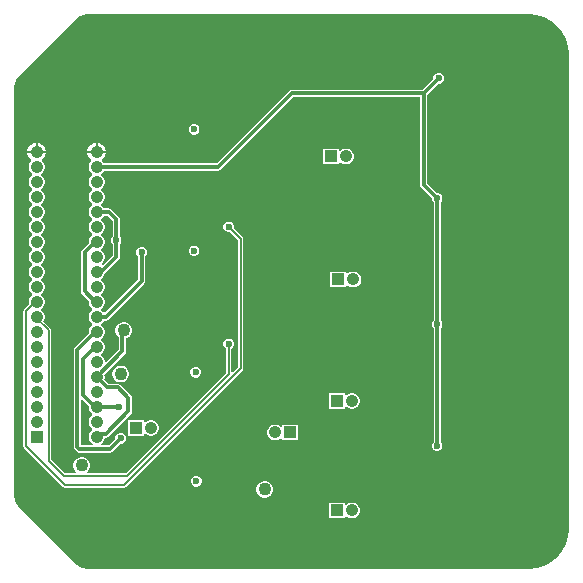
<source format=gbl>
G04*
G04 #@! TF.GenerationSoftware,Altium Limited,Altium Designer,23.3.1 (30)*
G04*
G04 Layer_Physical_Order=4*
G04 Layer_Color=16711680*
%FSLAX24Y24*%
%MOIN*%
G70*
G04*
G04 #@! TF.SameCoordinates,FE471356-1482-470A-B847-6992AEFC5CE1*
G04*
G04*
G04 #@! TF.FilePolarity,Positive*
G04*
G01*
G75*
%ADD34C,0.0120*%
%ADD36C,0.0059*%
%ADD37C,0.0430*%
%ADD38R,0.0413X0.0413*%
%ADD39C,0.0413*%
%ADD40R,0.0413X0.0413*%
%ADD41C,0.0236*%
G36*
X17637Y18726D02*
X17811Y18680D01*
X17978Y18611D01*
X18134Y18520D01*
X18278Y18410D01*
X18405Y18283D01*
X18515Y18139D01*
X18606Y17983D01*
X18675Y17816D01*
X18722Y17641D01*
X18745Y17462D01*
Y17372D01*
Y1624D01*
Y1534D01*
X18722Y1355D01*
X18675Y1180D01*
X18606Y1013D01*
X18515Y857D01*
X18405Y714D01*
X18278Y586D01*
X18134Y476D01*
X17978Y386D01*
X17811Y316D01*
X17637Y270D01*
X17458Y246D01*
X2675D01*
X2560Y269D01*
X2453Y313D01*
X2356Y378D01*
X2315Y419D01*
X414Y2320D01*
X373Y2361D01*
X308Y2458D01*
X264Y2565D01*
X241Y2679D01*
Y2738D01*
Y16258D01*
Y16317D01*
X264Y16431D01*
X308Y16538D01*
X373Y16635D01*
X414Y16676D01*
Y16676D01*
X2315Y18577D01*
X2356Y18618D01*
X2453Y18683D01*
X2560Y18727D01*
X2675Y18750D01*
X2733D01*
Y18750D01*
X17458D01*
X17637Y18726D01*
D02*
G37*
%LPC*%
G36*
X6285Y15077D02*
X6215D01*
X6150Y15050D01*
X6100Y15000D01*
X6073Y14935D01*
Y14865D01*
X6100Y14800D01*
X6150Y14750D01*
X6215Y14723D01*
X6285D01*
X6350Y14750D01*
X6400Y14800D01*
X6427Y14865D01*
Y14935D01*
X6400Y15000D01*
X6350Y15050D01*
X6285Y15077D01*
D02*
G37*
G36*
X11335Y14266D02*
X11265D01*
X11197Y14248D01*
X11137Y14213D01*
X11116Y14192D01*
X11066Y14212D01*
Y14266D01*
X10534D01*
Y13734D01*
X11066D01*
Y13788D01*
X11116Y13808D01*
X11137Y13787D01*
X11197Y13752D01*
X11265Y13734D01*
X11335D01*
X11403Y13752D01*
X11463Y13787D01*
X11513Y13837D01*
X11548Y13897D01*
X11566Y13965D01*
Y14035D01*
X11548Y14103D01*
X11513Y14163D01*
X11463Y14213D01*
X11403Y14248D01*
X11335Y14266D01*
D02*
G37*
G36*
X3040Y14457D02*
X3030D01*
Y14180D01*
X3307D01*
Y14190D01*
X3286Y14268D01*
X3245Y14338D01*
X3188Y14395D01*
X3118Y14436D01*
X3040Y14457D01*
D02*
G37*
G36*
X1040D02*
X1030D01*
Y14180D01*
X1307D01*
Y14190D01*
X1286Y14268D01*
X1245Y14338D01*
X1188Y14395D01*
X1118Y14436D01*
X1040Y14457D01*
D02*
G37*
G36*
X2970D02*
X2960D01*
X2882Y14436D01*
X2812Y14395D01*
X2755Y14338D01*
X2714Y14268D01*
X2693Y14190D01*
Y14180D01*
X2970D01*
Y14457D01*
D02*
G37*
G36*
X970D02*
X960D01*
X882Y14436D01*
X812Y14395D01*
X755Y14338D01*
X714Y14268D01*
X693Y14190D01*
Y14180D01*
X970D01*
Y14457D01*
D02*
G37*
G36*
X6285Y11027D02*
X6215D01*
X6150Y11000D01*
X6100Y10950D01*
X6073Y10885D01*
Y10815D01*
X6100Y10750D01*
X6150Y10700D01*
X6215Y10673D01*
X6285D01*
X6350Y10700D01*
X6400Y10750D01*
X6427Y10815D01*
Y10885D01*
X6400Y10950D01*
X6350Y11000D01*
X6285Y11027D01*
D02*
G37*
G36*
X11585Y10166D02*
X11515D01*
X11447Y10148D01*
X11387Y10113D01*
X11366Y10092D01*
X11316Y10112D01*
Y10166D01*
X10784D01*
Y9634D01*
X11316D01*
Y9688D01*
X11366Y9708D01*
X11387Y9687D01*
X11447Y9652D01*
X11515Y9634D01*
X11585D01*
X11653Y9652D01*
X11713Y9687D01*
X11763Y9737D01*
X11798Y9797D01*
X11816Y9865D01*
Y9935D01*
X11798Y10003D01*
X11763Y10063D01*
X11713Y10113D01*
X11653Y10148D01*
X11585Y10166D01*
D02*
G37*
G36*
X6339Y6981D02*
X6269D01*
X6204Y6954D01*
X6154Y6904D01*
X6127Y6839D01*
Y6769D01*
X6154Y6704D01*
X6204Y6654D01*
X6269Y6627D01*
X6339D01*
X6404Y6654D01*
X6454Y6704D01*
X6481Y6769D01*
Y6839D01*
X6454Y6904D01*
X6404Y6954D01*
X6339Y6981D01*
D02*
G37*
G36*
X3836Y7024D02*
X3764D01*
X3694Y7005D01*
X3632Y6969D01*
X3581Y6918D01*
X3545Y6856D01*
X3526Y6786D01*
Y6714D01*
X3545Y6644D01*
X3581Y6582D01*
X3632Y6531D01*
X3694Y6495D01*
X3764Y6476D01*
X3836D01*
X3906Y6495D01*
X3968Y6531D01*
X4019Y6582D01*
X4055Y6644D01*
X4074Y6714D01*
Y6786D01*
X4055Y6856D01*
X4019Y6918D01*
X3968Y6969D01*
X3906Y7005D01*
X3836Y7024D01*
D02*
G37*
G36*
X11535Y6116D02*
X11465D01*
X11397Y6098D01*
X11337Y6063D01*
X11316Y6042D01*
X11266Y6062D01*
Y6116D01*
X10734D01*
Y5584D01*
X11266D01*
Y5638D01*
X11316Y5658D01*
X11337Y5637D01*
X11397Y5602D01*
X11465Y5584D01*
X11535D01*
X11603Y5602D01*
X11663Y5637D01*
X11713Y5687D01*
X11748Y5747D01*
X11766Y5815D01*
Y5885D01*
X11748Y5953D01*
X11713Y6013D01*
X11663Y6063D01*
X11603Y6098D01*
X11535Y6116D01*
D02*
G37*
G36*
X4835Y5216D02*
X4765D01*
X4697Y5198D01*
X4637Y5163D01*
X4616Y5142D01*
X4566Y5162D01*
Y5216D01*
X4034D01*
Y4684D01*
X4566D01*
Y4738D01*
X4616Y4758D01*
X4637Y4737D01*
X4697Y4702D01*
X4765Y4684D01*
X4835D01*
X4903Y4702D01*
X4963Y4737D01*
X5013Y4787D01*
X5048Y4847D01*
X5066Y4915D01*
Y4985D01*
X5048Y5053D01*
X5013Y5113D01*
X4963Y5163D01*
X4903Y5198D01*
X4835Y5216D01*
D02*
G37*
G36*
X9716Y5066D02*
X9184D01*
Y5012D01*
X9134Y4992D01*
X9113Y5013D01*
X9053Y5048D01*
X8985Y5066D01*
X8915D01*
X8847Y5048D01*
X8787Y5013D01*
X8737Y4963D01*
X8702Y4903D01*
X8684Y4835D01*
Y4765D01*
X8702Y4697D01*
X8737Y4637D01*
X8787Y4587D01*
X8847Y4552D01*
X8915Y4534D01*
X8985D01*
X9053Y4552D01*
X9113Y4587D01*
X9134Y4608D01*
X9184Y4588D01*
Y4534D01*
X9716D01*
Y5066D01*
D02*
G37*
G36*
X14435Y16777D02*
X14365D01*
X14300Y16750D01*
X14250Y16700D01*
X14223Y16635D01*
Y16595D01*
X13850Y16221D01*
X9500D01*
X9454Y16212D01*
X9414Y16186D01*
X9414Y16186D01*
X7000Y13771D01*
X3237D01*
X3213Y13813D01*
X3182Y13843D01*
X3186Y13903D01*
X3188Y13905D01*
X3245Y13962D01*
X3286Y14032D01*
X3307Y14110D01*
Y14120D01*
X3000D01*
X2693D01*
Y14110D01*
X2714Y14032D01*
X2755Y13962D01*
X2812Y13905D01*
X2814Y13903D01*
X2818Y13843D01*
X2787Y13813D01*
X2752Y13753D01*
X2734Y13685D01*
Y13615D01*
X2752Y13547D01*
X2787Y13487D01*
X2837Y13437D01*
X2852Y13429D01*
Y13371D01*
X2837Y13363D01*
X2787Y13313D01*
X2752Y13253D01*
X2734Y13185D01*
Y13115D01*
X2752Y13047D01*
X2787Y12987D01*
X2837Y12937D01*
X2852Y12929D01*
Y12871D01*
X2837Y12863D01*
X2787Y12813D01*
X2752Y12753D01*
X2734Y12685D01*
Y12615D01*
X2752Y12547D01*
X2787Y12487D01*
X2837Y12437D01*
X2852Y12429D01*
Y12371D01*
X2837Y12363D01*
X2787Y12313D01*
X2752Y12253D01*
X2734Y12185D01*
Y12115D01*
X2752Y12047D01*
X2787Y11987D01*
X2837Y11937D01*
X2852Y11929D01*
Y11871D01*
X2837Y11863D01*
X2787Y11813D01*
X2752Y11753D01*
X2734Y11685D01*
Y11615D01*
X2752Y11547D01*
X2787Y11487D01*
X2837Y11437D01*
X2852Y11429D01*
Y11371D01*
X2837Y11363D01*
X2787Y11313D01*
X2752Y11253D01*
X2734Y11185D01*
Y11115D01*
X2736Y11108D01*
X2514Y10886D01*
X2488Y10846D01*
X2479Y10800D01*
X2479Y10800D01*
Y9500D01*
X2479Y9500D01*
X2488Y9454D01*
X2514Y9414D01*
X2736Y9192D01*
X2734Y9185D01*
Y9115D01*
X2752Y9047D01*
X2787Y8987D01*
X2837Y8937D01*
X2852Y8929D01*
Y8871D01*
X2837Y8863D01*
X2787Y8813D01*
X2752Y8753D01*
X2734Y8685D01*
Y8615D01*
X2752Y8547D01*
X2787Y8487D01*
X2837Y8437D01*
X2852Y8429D01*
Y8371D01*
X2837Y8363D01*
X2787Y8313D01*
X2752Y8253D01*
X2734Y8185D01*
Y8115D01*
X2736Y8108D01*
X2264Y7636D01*
X2238Y7596D01*
X2229Y7550D01*
X2229Y7550D01*
Y4320D01*
X2229Y4320D01*
X2238Y4274D01*
X2264Y4234D01*
X2334Y4164D01*
X2334Y4164D01*
X2374Y4138D01*
X2420Y4129D01*
X2420Y4129D01*
X3450D01*
X3450Y4129D01*
X3496Y4138D01*
X3536Y4164D01*
X3794Y4423D01*
X3835D01*
X3900Y4450D01*
X3950Y4500D01*
X3977Y4565D01*
Y4635D01*
X3950Y4700D01*
X3900Y4750D01*
X3835Y4777D01*
X3765D01*
X3700Y4750D01*
X3650Y4700D01*
X3623Y4635D01*
Y4595D01*
X3400Y4371D01*
X3149D01*
X3136Y4421D01*
X3163Y4437D01*
X3213Y4487D01*
X3248Y4547D01*
X3266Y4615D01*
X3300Y4629D01*
X3346Y4638D01*
X3386Y4664D01*
X4136Y5414D01*
X4136Y5414D01*
X4162Y5454D01*
X4171Y5500D01*
Y5950D01*
X4171Y5950D01*
X4162Y5996D01*
X4136Y6036D01*
X4136Y6036D01*
X3786Y6386D01*
X3746Y6412D01*
X3700Y6421D01*
X3700Y6421D01*
X3400D01*
X3253Y6568D01*
X3266Y6615D01*
Y6685D01*
X3253Y6732D01*
X3936Y7414D01*
X3936Y7414D01*
X3962Y7454D01*
X3971Y7500D01*
X3971Y7500D01*
Y7935D01*
X4006Y7945D01*
X4068Y7981D01*
X4119Y8032D01*
X4155Y8094D01*
X4174Y8164D01*
Y8236D01*
X4155Y8306D01*
X4119Y8368D01*
X4068Y8419D01*
X4006Y8455D01*
X3936Y8474D01*
X3864D01*
X3794Y8455D01*
X3732Y8419D01*
X3681Y8368D01*
X3645Y8306D01*
X3626Y8236D01*
Y8164D01*
X3645Y8094D01*
X3681Y8032D01*
X3729Y7984D01*
Y7550D01*
X3316Y7137D01*
X3266Y7158D01*
Y7185D01*
X3248Y7253D01*
X3213Y7313D01*
X3163Y7363D01*
X3148Y7371D01*
Y7429D01*
X3163Y7437D01*
X3213Y7487D01*
X3248Y7547D01*
X3266Y7615D01*
Y7685D01*
X3248Y7753D01*
X3213Y7813D01*
X3163Y7863D01*
X3148Y7871D01*
Y7929D01*
X3163Y7937D01*
X3213Y7987D01*
X3248Y8047D01*
X3266Y8115D01*
Y8185D01*
X3248Y8253D01*
X3213Y8313D01*
X3163Y8363D01*
X3148Y8371D01*
Y8429D01*
X3163Y8437D01*
X3213Y8487D01*
X3237Y8529D01*
X3300D01*
X3300Y8529D01*
X3346Y8538D01*
X3386Y8564D01*
X4586Y9764D01*
X4586Y9764D01*
X4612Y9804D01*
X4621Y9850D01*
Y10671D01*
X4650Y10700D01*
X4677Y10765D01*
Y10835D01*
X4650Y10900D01*
X4600Y10950D01*
X4535Y10977D01*
X4465D01*
X4400Y10950D01*
X4350Y10900D01*
X4323Y10835D01*
Y10765D01*
X4350Y10700D01*
X4379Y10671D01*
Y9900D01*
X3278Y8800D01*
X3216Y8808D01*
X3213Y8813D01*
X3163Y8863D01*
X3148Y8871D01*
Y8929D01*
X3163Y8937D01*
X3213Y8987D01*
X3248Y9047D01*
X3266Y9115D01*
Y9185D01*
X3248Y9253D01*
X3213Y9313D01*
X3163Y9363D01*
X3148Y9371D01*
Y9429D01*
X3163Y9437D01*
X3213Y9487D01*
X3248Y9547D01*
X3266Y9615D01*
Y9685D01*
X3248Y9753D01*
X3213Y9813D01*
X3163Y9863D01*
X3148Y9871D01*
Y9929D01*
X3163Y9937D01*
X3213Y9987D01*
X3248Y10047D01*
X3258Y10086D01*
X3736Y10564D01*
X3736Y10564D01*
X3762Y10604D01*
X3771Y10650D01*
X3771Y10650D01*
Y11071D01*
X3800Y11100D01*
X3827Y11165D01*
Y11235D01*
X3800Y11300D01*
X3771Y11329D01*
Y11900D01*
X3762Y11946D01*
X3736Y11986D01*
X3736Y11986D01*
X3486Y12236D01*
X3446Y12262D01*
X3400Y12271D01*
X3400Y12271D01*
X3237D01*
X3213Y12313D01*
X3163Y12363D01*
X3148Y12371D01*
Y12429D01*
X3163Y12437D01*
X3213Y12487D01*
X3248Y12547D01*
X3266Y12615D01*
Y12685D01*
X3248Y12753D01*
X3213Y12813D01*
X3163Y12863D01*
X3148Y12871D01*
Y12929D01*
X3163Y12937D01*
X3213Y12987D01*
X3248Y13047D01*
X3266Y13115D01*
Y13185D01*
X3248Y13253D01*
X3213Y13313D01*
X3163Y13363D01*
X3148Y13371D01*
Y13429D01*
X3163Y13437D01*
X3213Y13487D01*
X3237Y13529D01*
X7050D01*
X7050Y13529D01*
X7096Y13538D01*
X7136Y13564D01*
X9550Y15979D01*
X13779D01*
Y13050D01*
X13779Y13050D01*
X13788Y13004D01*
X13814Y12964D01*
X14173Y12606D01*
Y12565D01*
X14200Y12500D01*
X14229Y12471D01*
Y8529D01*
X14200Y8500D01*
X14173Y8435D01*
Y8365D01*
X14200Y8300D01*
X14229Y8271D01*
Y4479D01*
X14200Y4450D01*
X14173Y4385D01*
Y4315D01*
X14200Y4250D01*
X14250Y4200D01*
X14315Y4173D01*
X14385D01*
X14450Y4200D01*
X14500Y4250D01*
X14527Y4315D01*
Y4385D01*
X14500Y4450D01*
X14471Y4479D01*
Y8271D01*
X14500Y8300D01*
X14527Y8365D01*
Y8435D01*
X14500Y8500D01*
X14471Y8529D01*
Y12471D01*
X14500Y12500D01*
X14527Y12565D01*
Y12635D01*
X14500Y12700D01*
X14450Y12750D01*
X14385Y12777D01*
X14345D01*
X14021Y13100D01*
Y16050D01*
X14395Y16423D01*
X14435D01*
X14500Y16450D01*
X14550Y16500D01*
X14577Y16565D01*
Y16635D01*
X14550Y16700D01*
X14500Y16750D01*
X14435Y16777D01*
D02*
G37*
G36*
X6360Y3352D02*
X6290D01*
X6225Y3325D01*
X6175Y3275D01*
X6148Y3210D01*
Y3140D01*
X6175Y3075D01*
X6225Y3025D01*
X6290Y2998D01*
X6360D01*
X6425Y3025D01*
X6475Y3075D01*
X6502Y3140D01*
Y3210D01*
X6475Y3275D01*
X6425Y3325D01*
X6360Y3352D01*
D02*
G37*
G36*
X1307Y14120D02*
X1000D01*
X693D01*
Y14110D01*
X714Y14032D01*
X755Y13962D01*
X812Y13905D01*
X814Y13903D01*
X818Y13843D01*
X787Y13813D01*
X752Y13753D01*
X734Y13685D01*
Y13615D01*
X752Y13547D01*
X787Y13487D01*
X837Y13437D01*
X852Y13429D01*
Y13371D01*
X837Y13363D01*
X787Y13313D01*
X752Y13253D01*
X734Y13185D01*
Y13115D01*
X752Y13047D01*
X787Y12987D01*
X837Y12937D01*
X852Y12929D01*
Y12871D01*
X837Y12863D01*
X787Y12813D01*
X752Y12753D01*
X734Y12685D01*
Y12615D01*
X752Y12547D01*
X787Y12487D01*
X837Y12437D01*
X852Y12429D01*
Y12371D01*
X837Y12363D01*
X787Y12313D01*
X752Y12253D01*
X734Y12185D01*
Y12115D01*
X752Y12047D01*
X787Y11987D01*
X837Y11937D01*
X852Y11929D01*
Y11871D01*
X837Y11863D01*
X787Y11813D01*
X752Y11753D01*
X734Y11685D01*
Y11615D01*
X752Y11547D01*
X787Y11487D01*
X837Y11437D01*
X852Y11429D01*
Y11371D01*
X837Y11363D01*
X787Y11313D01*
X752Y11253D01*
X734Y11185D01*
Y11115D01*
X752Y11047D01*
X787Y10987D01*
X837Y10937D01*
X852Y10929D01*
Y10871D01*
X837Y10863D01*
X787Y10813D01*
X752Y10753D01*
X734Y10685D01*
Y10615D01*
X752Y10547D01*
X787Y10487D01*
X837Y10437D01*
X852Y10429D01*
Y10371D01*
X837Y10363D01*
X787Y10313D01*
X752Y10253D01*
X734Y10185D01*
Y10115D01*
X752Y10047D01*
X787Y9987D01*
X837Y9937D01*
X852Y9929D01*
Y9871D01*
X837Y9863D01*
X787Y9813D01*
X752Y9753D01*
X734Y9685D01*
Y9615D01*
X752Y9547D01*
X787Y9487D01*
X837Y9437D01*
X852Y9429D01*
Y9371D01*
X837Y9363D01*
X787Y9313D01*
X752Y9253D01*
X734Y9185D01*
Y9115D01*
X745Y9073D01*
X586Y8914D01*
X567Y8885D01*
X560Y8850D01*
Y4350D01*
X567Y4315D01*
X586Y4286D01*
X1886Y2986D01*
X1915Y2967D01*
X1950Y2960D01*
X1950Y2960D01*
X3900D01*
X3935Y2967D01*
X3964Y2986D01*
X7864Y6886D01*
X7883Y6915D01*
X7890Y6950D01*
Y11250D01*
X7883Y11285D01*
X7864Y11314D01*
X7864Y11314D01*
X7573Y11605D01*
X7577Y11615D01*
Y11685D01*
X7550Y11750D01*
X7500Y11800D01*
X7435Y11827D01*
X7365D01*
X7300Y11800D01*
X7250Y11750D01*
X7223Y11685D01*
Y11615D01*
X7250Y11550D01*
X7300Y11500D01*
X7365Y11473D01*
X7435D01*
X7445Y11477D01*
X7710Y11213D01*
Y6987D01*
X7537Y6814D01*
X7490Y6833D01*
Y7596D01*
X7500Y7600D01*
X7550Y7650D01*
X7577Y7715D01*
Y7785D01*
X7550Y7850D01*
X7500Y7900D01*
X7435Y7927D01*
X7365D01*
X7300Y7900D01*
X7250Y7850D01*
X7223Y7785D01*
Y7715D01*
X7250Y7650D01*
X7300Y7600D01*
X7310Y7596D01*
Y6787D01*
X3963Y3440D01*
X2696D01*
X2689Y3450D01*
X2678Y3490D01*
X2719Y3532D01*
X2755Y3594D01*
X2774Y3664D01*
Y3736D01*
X2755Y3806D01*
X2719Y3868D01*
X2668Y3919D01*
X2606Y3955D01*
X2536Y3974D01*
X2464D01*
X2394Y3955D01*
X2332Y3919D01*
X2281Y3868D01*
X2245Y3806D01*
X2226Y3736D01*
Y3664D01*
X2245Y3594D01*
X2281Y3532D01*
X2322Y3490D01*
X2311Y3450D01*
X2304Y3440D01*
X1937D01*
X1490Y3887D01*
Y8200D01*
X1483Y8235D01*
X1464Y8264D01*
X1223Y8505D01*
X1248Y8547D01*
X1266Y8615D01*
Y8685D01*
X1248Y8753D01*
X1213Y8813D01*
X1163Y8863D01*
X1148Y8871D01*
Y8929D01*
X1163Y8937D01*
X1213Y8987D01*
X1248Y9047D01*
X1266Y9115D01*
Y9185D01*
X1248Y9253D01*
X1213Y9313D01*
X1163Y9363D01*
X1148Y9371D01*
Y9429D01*
X1163Y9437D01*
X1213Y9487D01*
X1248Y9547D01*
X1266Y9615D01*
Y9685D01*
X1248Y9753D01*
X1213Y9813D01*
X1163Y9863D01*
X1148Y9871D01*
Y9929D01*
X1163Y9937D01*
X1213Y9987D01*
X1248Y10047D01*
X1266Y10115D01*
Y10185D01*
X1248Y10253D01*
X1213Y10313D01*
X1163Y10363D01*
X1148Y10371D01*
Y10429D01*
X1163Y10437D01*
X1213Y10487D01*
X1248Y10547D01*
X1266Y10615D01*
Y10685D01*
X1248Y10753D01*
X1213Y10813D01*
X1163Y10863D01*
X1148Y10871D01*
Y10929D01*
X1163Y10937D01*
X1213Y10987D01*
X1248Y11047D01*
X1266Y11115D01*
Y11185D01*
X1248Y11253D01*
X1213Y11313D01*
X1163Y11363D01*
X1148Y11371D01*
Y11429D01*
X1163Y11437D01*
X1213Y11487D01*
X1248Y11547D01*
X1266Y11615D01*
Y11685D01*
X1248Y11753D01*
X1213Y11813D01*
X1163Y11863D01*
X1148Y11871D01*
Y11929D01*
X1163Y11937D01*
X1213Y11987D01*
X1248Y12047D01*
X1266Y12115D01*
Y12185D01*
X1248Y12253D01*
X1213Y12313D01*
X1163Y12363D01*
X1148Y12371D01*
Y12429D01*
X1163Y12437D01*
X1213Y12487D01*
X1248Y12547D01*
X1266Y12615D01*
Y12685D01*
X1248Y12753D01*
X1213Y12813D01*
X1163Y12863D01*
X1148Y12871D01*
Y12929D01*
X1163Y12937D01*
X1213Y12987D01*
X1248Y13047D01*
X1266Y13115D01*
Y13185D01*
X1248Y13253D01*
X1213Y13313D01*
X1163Y13363D01*
X1148Y13371D01*
Y13429D01*
X1163Y13437D01*
X1213Y13487D01*
X1248Y13547D01*
X1266Y13615D01*
Y13685D01*
X1248Y13753D01*
X1213Y13813D01*
X1182Y13843D01*
X1186Y13903D01*
X1188Y13905D01*
X1245Y13962D01*
X1286Y14032D01*
X1307Y14110D01*
Y14120D01*
D02*
G37*
G36*
X8636Y3174D02*
X8564D01*
X8494Y3155D01*
X8432Y3119D01*
X8381Y3068D01*
X8345Y3006D01*
X8326Y2936D01*
Y2864D01*
X8345Y2794D01*
X8381Y2732D01*
X8432Y2681D01*
X8494Y2645D01*
X8564Y2626D01*
X8636D01*
X8706Y2645D01*
X8768Y2681D01*
X8819Y2732D01*
X8855Y2794D01*
X8874Y2864D01*
Y2936D01*
X8855Y3006D01*
X8819Y3068D01*
X8768Y3119D01*
X8706Y3155D01*
X8636Y3174D01*
D02*
G37*
G36*
X11535Y2466D02*
X11465D01*
X11397Y2448D01*
X11337Y2413D01*
X11316Y2392D01*
X11266Y2412D01*
Y2466D01*
X10734D01*
Y1934D01*
X11266D01*
Y1988D01*
X11316Y2008D01*
X11337Y1987D01*
X11397Y1952D01*
X11465Y1934D01*
X11535D01*
X11603Y1952D01*
X11663Y1987D01*
X11713Y2037D01*
X11748Y2097D01*
X11766Y2165D01*
Y2235D01*
X11748Y2303D01*
X11713Y2363D01*
X11663Y2413D01*
X11603Y2448D01*
X11535Y2466D01*
D02*
G37*
%LPD*%
G36*
X3529Y11850D02*
Y11329D01*
X3500Y11300D01*
X3473Y11235D01*
Y11165D01*
X3500Y11100D01*
X3529Y11071D01*
Y10700D01*
X3198Y10369D01*
X3164Y10384D01*
X3162Y10437D01*
X3163Y10437D01*
X3213Y10487D01*
X3248Y10547D01*
X3266Y10615D01*
Y10685D01*
X3248Y10753D01*
X3213Y10813D01*
X3163Y10863D01*
X3148Y10871D01*
Y10929D01*
X3163Y10937D01*
X3213Y10987D01*
X3248Y11047D01*
X3266Y11115D01*
Y11185D01*
X3248Y11253D01*
X3213Y11313D01*
X3163Y11363D01*
X3148Y11371D01*
Y11429D01*
X3163Y11437D01*
X3213Y11487D01*
X3248Y11547D01*
X3266Y11615D01*
Y11685D01*
X3248Y11753D01*
X3213Y11813D01*
X3163Y11863D01*
X3148Y11871D01*
Y11929D01*
X3163Y11937D01*
X3213Y11987D01*
X3237Y12029D01*
X3350D01*
X3529Y11850D01*
D02*
G37*
G36*
X2736Y5692D02*
X2734Y5685D01*
Y5615D01*
X2752Y5547D01*
X2787Y5487D01*
X2837Y5437D01*
X2852Y5429D01*
Y5371D01*
X2837Y5363D01*
X2787Y5313D01*
X2752Y5253D01*
X2734Y5185D01*
Y5115D01*
X2752Y5047D01*
X2787Y4987D01*
X2837Y4937D01*
X2852Y4929D01*
Y4871D01*
X2837Y4863D01*
X2787Y4813D01*
X2752Y4753D01*
X2734Y4685D01*
Y4615D01*
X2752Y4547D01*
X2787Y4487D01*
X2837Y4437D01*
X2864Y4421D01*
X2851Y4371D01*
X2471D01*
Y5892D01*
X2518Y5911D01*
X2736Y5692D01*
D02*
G37*
D34*
X3700Y6300D02*
X4050Y5950D01*
X3350Y6300D02*
X3700D01*
X3000Y6650D02*
X3350Y6300D01*
X4050Y5500D02*
Y5950D01*
X3300Y4750D02*
X4050Y5500D01*
X14350Y8400D02*
Y12600D01*
Y4350D02*
Y8400D01*
X13900Y13050D02*
X14350Y12600D01*
X13900Y13050D02*
Y16100D01*
X14400Y16600D01*
X3000Y8650D02*
X3300D01*
X2950D02*
X3000D01*
X3179Y4750D02*
X3300D01*
X3079Y4650D02*
X3179Y4750D01*
X3000Y4650D02*
X3079D01*
X3000Y5650D02*
X3750D01*
X2950D02*
X3000D01*
Y6650D02*
X3850Y7500D01*
Y8200D01*
X2600Y9500D02*
Y10800D01*
Y9500D02*
X2950Y9150D01*
X2600Y10800D02*
X2950Y11150D01*
X3650Y11200D02*
Y11900D01*
X3400Y12150D02*
X3650Y11900D01*
X2950Y12150D02*
X3400D01*
X2550Y6050D02*
X2950Y5650D01*
X2550Y6050D02*
Y7250D01*
X2950Y7650D01*
X2420Y4250D02*
X3450D01*
X2350Y4320D02*
X2420Y4250D01*
X2350Y7550D02*
X2950Y8150D01*
X2350Y4320D02*
Y7550D01*
X3450Y4250D02*
X3800Y4600D01*
X9500Y16100D02*
X13900D01*
X7050Y13650D02*
X9500Y16100D01*
X2950Y13650D02*
X7050D01*
X2950Y10150D02*
X3150D01*
X3650Y10650D02*
Y11200D01*
X3300Y8650D02*
X4500Y9850D01*
Y10800D01*
X3150Y10150D02*
X3650Y10650D01*
D36*
X1400Y3850D02*
Y8200D01*
X1900Y3350D02*
X4000D01*
X1400Y3850D02*
X1900Y3350D01*
X4000D02*
X7400Y6750D01*
X650Y4350D02*
X1950Y3050D01*
X3900D02*
X7800Y6950D01*
X1950Y3050D02*
X3900D01*
X7800Y6950D02*
Y11250D01*
X7400Y11650D02*
X7800Y11250D01*
X7400Y6750D02*
Y7750D01*
X650Y4350D02*
Y8850D01*
X950Y8650D02*
X1400Y8200D01*
X650Y8850D02*
X950Y9150D01*
D37*
X3900Y8200D02*
D03*
X3800Y6750D02*
D03*
X2500Y3700D02*
D03*
X8600Y2900D02*
D03*
D38*
X11000Y2200D02*
D03*
X11050Y9900D02*
D03*
X11000Y5850D02*
D03*
X10800Y14000D02*
D03*
X9450Y4800D02*
D03*
X4300Y4950D02*
D03*
D39*
X11500Y2200D02*
D03*
X11550Y9900D02*
D03*
X11500Y5850D02*
D03*
X11300Y14000D02*
D03*
X8950Y4800D02*
D03*
X4800Y4950D02*
D03*
X3000Y4650D02*
D03*
X1000Y5150D02*
D03*
X3000D02*
D03*
X1000Y5650D02*
D03*
X3000D02*
D03*
X1000Y6150D02*
D03*
X3000D02*
D03*
X1000Y6650D02*
D03*
X3000D02*
D03*
X1000Y7150D02*
D03*
X3000D02*
D03*
X1000Y7650D02*
D03*
X3000D02*
D03*
X1000Y8150D02*
D03*
X3000D02*
D03*
X1000Y8650D02*
D03*
X3000D02*
D03*
X1000Y9150D02*
D03*
X3000D02*
D03*
X1000Y9650D02*
D03*
X3000D02*
D03*
X1000Y10150D02*
D03*
X3000D02*
D03*
X1000Y10650D02*
D03*
X3000D02*
D03*
X1000Y11150D02*
D03*
X3000D02*
D03*
X1000Y11650D02*
D03*
X3000D02*
D03*
X1000Y12150D02*
D03*
X3000D02*
D03*
X1000Y12650D02*
D03*
X3000D02*
D03*
X1000Y13150D02*
D03*
X3000D02*
D03*
X1000Y13650D02*
D03*
X3000D02*
D03*
X1000Y14150D02*
D03*
X3000D02*
D03*
D40*
X1000Y4650D02*
D03*
D41*
X8338Y10824D02*
D03*
X8750Y1950D02*
D03*
X14350Y4350D02*
D03*
Y8400D02*
D03*
Y12600D02*
D03*
X14400Y16600D02*
D03*
X7400Y11650D02*
D03*
X3750Y5650D02*
D03*
X3800Y4600D02*
D03*
X6250Y14900D02*
D03*
X7400Y7750D02*
D03*
X6250Y10850D02*
D03*
X6304Y6804D02*
D03*
X5550Y14900D02*
D03*
X9250Y13150D02*
D03*
X5600Y10900D02*
D03*
X5700Y6750D02*
D03*
X5350Y3150D02*
D03*
X3650Y11200D02*
D03*
X4500Y10800D02*
D03*
X6325Y3175D02*
D03*
M02*

</source>
